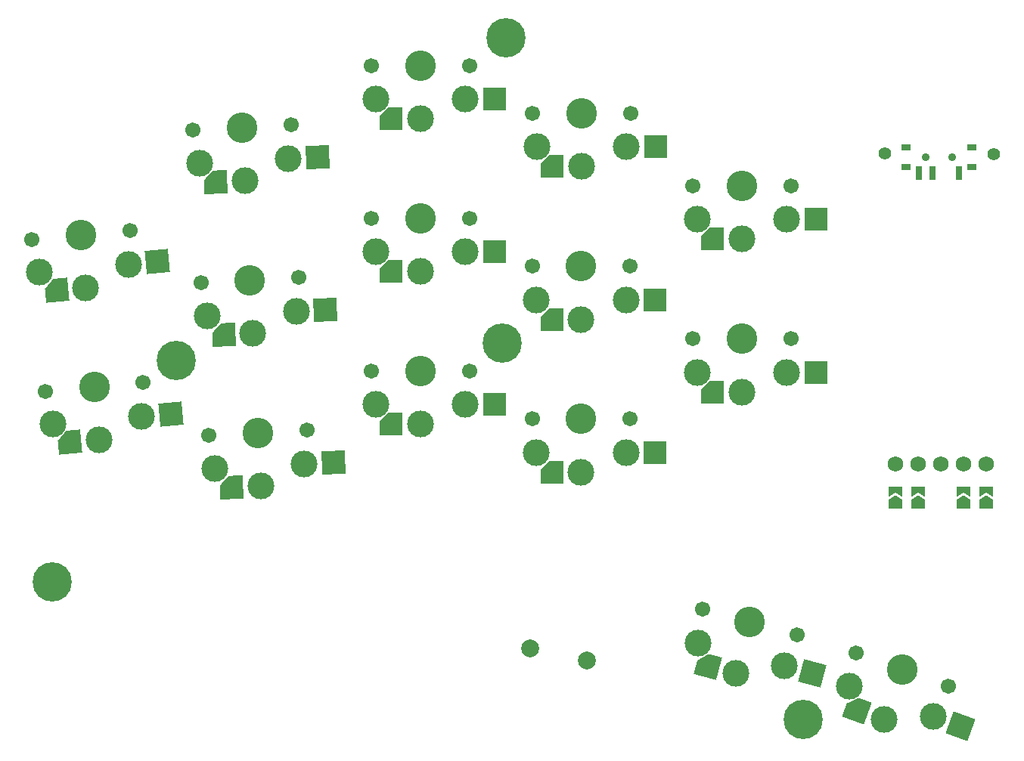
<source format=gbr>
%TF.GenerationSoftware,KiCad,Pcbnew,8.0.3*%
%TF.CreationDate,2024-06-27T17:01:22-04:00*%
%TF.ProjectId,reversiblepurringcat,72657665-7273-4696-926c-657075727269,rev?*%
%TF.SameCoordinates,Original*%
%TF.FileFunction,Soldermask,Top*%
%TF.FilePolarity,Negative*%
%FSLAX46Y46*%
G04 Gerber Fmt 4.6, Leading zero omitted, Abs format (unit mm)*
G04 Created by KiCad (PCBNEW 8.0.3) date 2024-06-27 17:01:22*
%MOMM*%
%LPD*%
G01*
G04 APERTURE LIST*
G04 Aperture macros list*
%AMRotRect*
0 Rectangle, with rotation*
0 The origin of the aperture is its center*
0 $1 length*
0 $2 width*
0 $3 Rotation angle, in degrees counterclockwise*
0 Add horizontal line*
21,1,$1,$2,0,0,$3*%
%AMOutline5P*
0 Free polygon, 5 corners , with rotation*
0 The origin of the aperture is its center*
0 number of corners: always 5*
0 $1 to $10 corner X, Y*
0 $11 Rotation angle, in degrees counterclockwise*
0 create outline with 5 corners*
4,1,5,$1,$2,$3,$4,$5,$6,$7,$8,$9,$10,$1,$2,$11*%
%AMOutline6P*
0 Free polygon, 6 corners , with rotation*
0 The origin of the aperture is its center*
0 number of corners: always 6*
0 $1 to $12 corner X, Y*
0 $13 Rotation angle, in degrees counterclockwise*
0 create outline with 6 corners*
4,1,6,$1,$2,$3,$4,$5,$6,$7,$8,$9,$10,$11,$12,$1,$2,$13*%
%AMOutline7P*
0 Free polygon, 7 corners , with rotation*
0 The origin of the aperture is its center*
0 number of corners: always 7*
0 $1 to $14 corner X, Y*
0 $15 Rotation angle, in degrees counterclockwise*
0 create outline with 7 corners*
4,1,7,$1,$2,$3,$4,$5,$6,$7,$8,$9,$10,$11,$12,$13,$14,$1,$2,$15*%
%AMOutline8P*
0 Free polygon, 8 corners , with rotation*
0 The origin of the aperture is its center*
0 number of corners: always 8*
0 $1 to $16 corner X, Y*
0 $17 Rotation angle, in degrees counterclockwise*
0 create outline with 8 corners*
4,1,8,$1,$2,$3,$4,$5,$6,$7,$8,$9,$10,$11,$12,$13,$14,$15,$16,$1,$2,$17*%
%AMFreePoly0*
4,1,6,1.000000,0.000000,0.500000,-0.750000,-0.500000,-0.750000,-0.500000,0.750000,0.500000,0.750000,1.000000,0.000000,1.000000,0.000000,$1*%
%AMFreePoly1*
4,1,6,0.500000,-0.750000,-0.650000,-0.750000,-0.150000,0.000000,-0.650000,0.750000,0.500000,0.750000,0.500000,-0.750000,0.500000,-0.750000,$1*%
G04 Aperture macros list end*
%ADD10C,2.000000*%
%ADD11C,1.701800*%
%ADD12C,3.000000*%
%ADD13C,3.429000*%
%ADD14Outline5P,-1.300000X0.260000X-0.260000X1.300000X1.300000X1.300000X1.300000X-1.300000X-1.300000X-1.300000X3.000000*%
%ADD15RotRect,2.600000X2.600000X3.000000*%
%ADD16Outline5P,-1.300000X0.260000X-0.260000X1.300000X1.300000X1.300000X1.300000X-1.300000X-1.300000X-1.300000X345.000000*%
%ADD17RotRect,2.600000X2.600000X345.000000*%
%ADD18Outline5P,-1.300000X0.260000X-0.260000X1.300000X1.300000X1.300000X1.300000X-1.300000X-1.300000X-1.300000X0.000000*%
%ADD19R,2.600000X2.600000*%
%ADD20Outline5P,-1.300000X0.260000X-0.260000X1.300000X1.300000X1.300000X1.300000X-1.300000X-1.300000X-1.300000X5.000000*%
%ADD21RotRect,2.600000X2.600000X5.000000*%
%ADD22Outline5P,-1.300000X0.260000X-0.260000X1.300000X1.300000X1.300000X1.300000X-1.300000X-1.300000X-1.300000X340.000000*%
%ADD23RotRect,2.600000X2.600000X340.000000*%
%ADD24C,0.700000*%
%ADD25C,4.400000*%
%ADD26FreePoly0,90.000000*%
%ADD27FreePoly1,90.000000*%
%ADD28C,1.397000*%
%ADD29C,1.752600*%
%ADD30R,0.700000X1.500000*%
%ADD31R,1.000000X0.800000*%
%ADD32C,0.900000*%
G04 APERTURE END LIST*
D10*
%TO.C,RSW0*%
X199178980Y-93675713D03*
X192821020Y-92324287D03*
%TD*%
D11*
%TO.C,20/25*%
X156833580Y-68412243D03*
D12*
X157529154Y-72130936D03*
D13*
X162326042Y-68124395D03*
D12*
X162637441Y-74066241D03*
X167515450Y-71607576D03*
D11*
X167818504Y-67836547D03*
D14*
X159366929Y-74237641D03*
D15*
X170785961Y-71436176D03*
%TD*%
D11*
%TO.C,26/29*%
X212074009Y-87931128D03*
D12*
X211586400Y-91682760D03*
D13*
X217386601Y-89354633D03*
D12*
X215846628Y-95101892D03*
X221245659Y-94270950D03*
D11*
X222699193Y-90778138D03*
D16*
X212683221Y-94254259D03*
D17*
X224409066Y-95118582D03*
%TD*%
D11*
%TO.C,21/24*%
X175005801Y-61236833D03*
D12*
X175505801Y-64986833D03*
D13*
X180505801Y-61236833D03*
D12*
X180505801Y-67186833D03*
X185505801Y-64986833D03*
D11*
X186005801Y-61236833D03*
D18*
X177230801Y-67186833D03*
D19*
X188780801Y-64986833D03*
%TD*%
D11*
%TO.C,22/23*%
X193014401Y-66596233D03*
D12*
X193514401Y-70346233D03*
D13*
X198514401Y-66596233D03*
D12*
X198514401Y-72546233D03*
X203514401Y-70346233D03*
D11*
X204014401Y-66596233D03*
D18*
X195239401Y-72546233D03*
D19*
X206789401Y-70346233D03*
%TD*%
D11*
%TO.C,1/8*%
X155067004Y-34218637D03*
D12*
X155762578Y-37937330D03*
D13*
X160559466Y-33930789D03*
D12*
X160870865Y-39872635D03*
X165748874Y-37413970D03*
D11*
X166051928Y-33642941D03*
D14*
X157600353Y-40044035D03*
D15*
X169019385Y-37242570D03*
%TD*%
D11*
%TO.C,0/9*%
X137031071Y-46450205D03*
D12*
X137856003Y-50142357D03*
D13*
X142510142Y-45970848D03*
D12*
X143028719Y-51898206D03*
X147817950Y-49270799D03*
D11*
X147989213Y-45491491D03*
D20*
X139766181Y-52183642D03*
D21*
X151080487Y-48985364D03*
%TD*%
D11*
%TO.C,10/19*%
X138520929Y-63479357D03*
D12*
X139345861Y-67171509D03*
D13*
X144000000Y-63000000D03*
D12*
X144518577Y-68927358D03*
X149307808Y-66299951D03*
D11*
X149479071Y-62520643D03*
D20*
X141256039Y-69212794D03*
D21*
X152570345Y-66014516D03*
%TD*%
D11*
%TO.C,13/16*%
X193014401Y-49476633D03*
D12*
X193514401Y-53226633D03*
D13*
X198514401Y-49476633D03*
D12*
X198514401Y-55426633D03*
X203514401Y-53226633D03*
D11*
X204014401Y-49476633D03*
D18*
X195239401Y-55426633D03*
D19*
X206789401Y-53226633D03*
%TD*%
D11*
%TO.C,12/17*%
X175005801Y-44117233D03*
D12*
X175505801Y-47867233D03*
D13*
X180505801Y-44117233D03*
D12*
X180505801Y-50067233D03*
X185505801Y-47867233D03*
D11*
X186005801Y-44117233D03*
D18*
X177230801Y-50067233D03*
D19*
X188780801Y-47867233D03*
%TD*%
D11*
%TO.C,3/6*%
X193039801Y-32357033D03*
D12*
X193539801Y-36107033D03*
D13*
X198539801Y-32357033D03*
D12*
X198539801Y-38307033D03*
X203539801Y-36107033D03*
D11*
X204039801Y-32357033D03*
D18*
X195264801Y-38307033D03*
D19*
X206814801Y-36107033D03*
%TD*%
D11*
%TO.C,2/7*%
X175031201Y-27023033D03*
D12*
X175531201Y-30773033D03*
D13*
X180531201Y-27023033D03*
D12*
X180531201Y-32973033D03*
X185531201Y-30773033D03*
D11*
X186031201Y-27023033D03*
D18*
X177256201Y-32973033D03*
D19*
X188806201Y-30773033D03*
%TD*%
D11*
%TO.C,11/18*%
X155937610Y-51316105D03*
D12*
X156633184Y-55034798D03*
D13*
X161430072Y-51028257D03*
D12*
X161741471Y-56970103D03*
X166619480Y-54511438D03*
D11*
X166922534Y-50740409D03*
D14*
X158470959Y-57141503D03*
D15*
X169889991Y-54340038D03*
%TD*%
D11*
%TO.C,14/15*%
X211000000Y-57600000D03*
D12*
X211500000Y-61350000D03*
D13*
X216500000Y-57600000D03*
D12*
X216500000Y-63550000D03*
X221500000Y-61350000D03*
D11*
X222000000Y-57600000D03*
D18*
X213225000Y-63550000D03*
D19*
X224775000Y-61350000D03*
%TD*%
D11*
%TO.C,27/28*%
X229312730Y-92805143D03*
D12*
X228500000Y-96500001D03*
D13*
X234481039Y-94686254D03*
D12*
X232446019Y-100277425D03*
X237896927Y-99920202D03*
D11*
X239649348Y-96567365D03*
D22*
X229368526Y-99157309D03*
D23*
X240974420Y-101040318D03*
%TD*%
D11*
%TO.C,4/5*%
X211000000Y-40480400D03*
D12*
X211500000Y-44230400D03*
D13*
X216500000Y-40480400D03*
D12*
X216500000Y-46430400D03*
X221500000Y-44230400D03*
D11*
X222000000Y-40480400D03*
D18*
X213225000Y-46430400D03*
D19*
X224775000Y-44230400D03*
%TD*%
D24*
%TO.C,H1*%
X187994067Y-58119461D03*
X188477341Y-56952735D03*
X188477341Y-59286187D03*
X189644067Y-56469461D03*
D25*
X189644067Y-58119461D03*
D24*
X189644067Y-59769461D03*
X190810793Y-56952735D03*
X190810793Y-59286187D03*
X191294067Y-58119461D03*
%TD*%
%TO.C,H4*%
X137683274Y-84833274D03*
X138166548Y-83666548D03*
X138166548Y-86000000D03*
X139333274Y-83183274D03*
D25*
X139333274Y-84833274D03*
D24*
X139333274Y-86483274D03*
X140500000Y-83666548D03*
X140500000Y-86000000D03*
X140983274Y-84833274D03*
%TD*%
D26*
%TO.C,JP1*%
X243840000Y-76126000D03*
D27*
X243840000Y-74676000D03*
%TD*%
D26*
%TO.C,JP3*%
X241300000Y-76126000D03*
D27*
X241300000Y-74676000D03*
%TD*%
D24*
%TO.C,H2*%
X221705122Y-100275354D03*
X222188396Y-99108628D03*
X222188396Y-101442080D03*
X223355122Y-98625354D03*
D25*
X223355122Y-100275354D03*
D24*
X223355122Y-101925354D03*
X224521848Y-99108628D03*
X224521848Y-101442080D03*
X225005122Y-100275354D03*
%TD*%
D26*
%TO.C,JP5*%
X236220000Y-76126000D03*
D27*
X236220000Y-74676000D03*
%TD*%
D28*
%TO.C,Bat+0*%
X232531040Y-36866072D03*
%TD*%
D24*
%TO.C,H3*%
X151498104Y-60051128D03*
X151981378Y-58884402D03*
X151981378Y-61217854D03*
X153148104Y-58401128D03*
D25*
X153148104Y-60051128D03*
D24*
X153148104Y-61701128D03*
X154314830Y-58884402D03*
X154314830Y-61217854D03*
X154798104Y-60051128D03*
%TD*%
D28*
%TO.C,Bat-0*%
X244672240Y-36916872D03*
%TD*%
D26*
%TO.C,JP7*%
X233680000Y-76126000D03*
D27*
X233680000Y-74676000D03*
%TD*%
D24*
%TO.C,H0*%
X188424150Y-23901893D03*
X188907424Y-22735167D03*
X188907424Y-25068619D03*
X190074150Y-22251893D03*
D25*
X190074150Y-23901893D03*
D24*
X190074150Y-25551893D03*
X191240876Y-22735167D03*
X191240876Y-25068619D03*
X191724150Y-23901893D03*
%TD*%
D29*
%TO.C,J0*%
X243880000Y-71675000D03*
X241340000Y-71675000D03*
X238800000Y-71675000D03*
X236260000Y-71675000D03*
X233720000Y-71675000D03*
%TD*%
D30*
%TO.C,SW_PWR0*%
X236317446Y-38999423D03*
X237817446Y-38999423D03*
X240817446Y-38999423D03*
D31*
X242217446Y-38349423D03*
X242217446Y-36139423D03*
D32*
X240075000Y-37240000D03*
X237075000Y-37240000D03*
D31*
X234917446Y-38349423D03*
X234917446Y-36139423D03*
%TD*%
M02*

</source>
